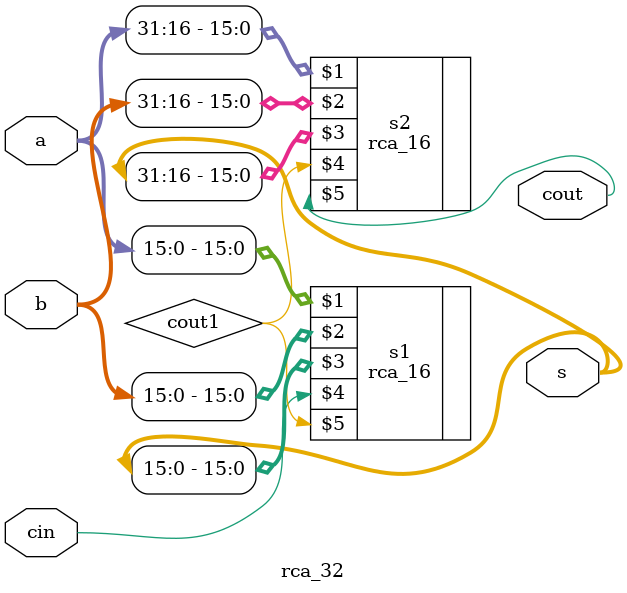
<source format=v>
module rca_32(a,b,s,cin,cout);

input [31:0]a,b;
input cin;
output [31:0]s;
output cout ;

wire cout1;

rca_16 s1(a[15:0],b[15:0],s[15:0],cin,cout1);
rca_16 s2(a[31:16],b[31:16],s[31:16],cout1,cout);

endmodule

</source>
